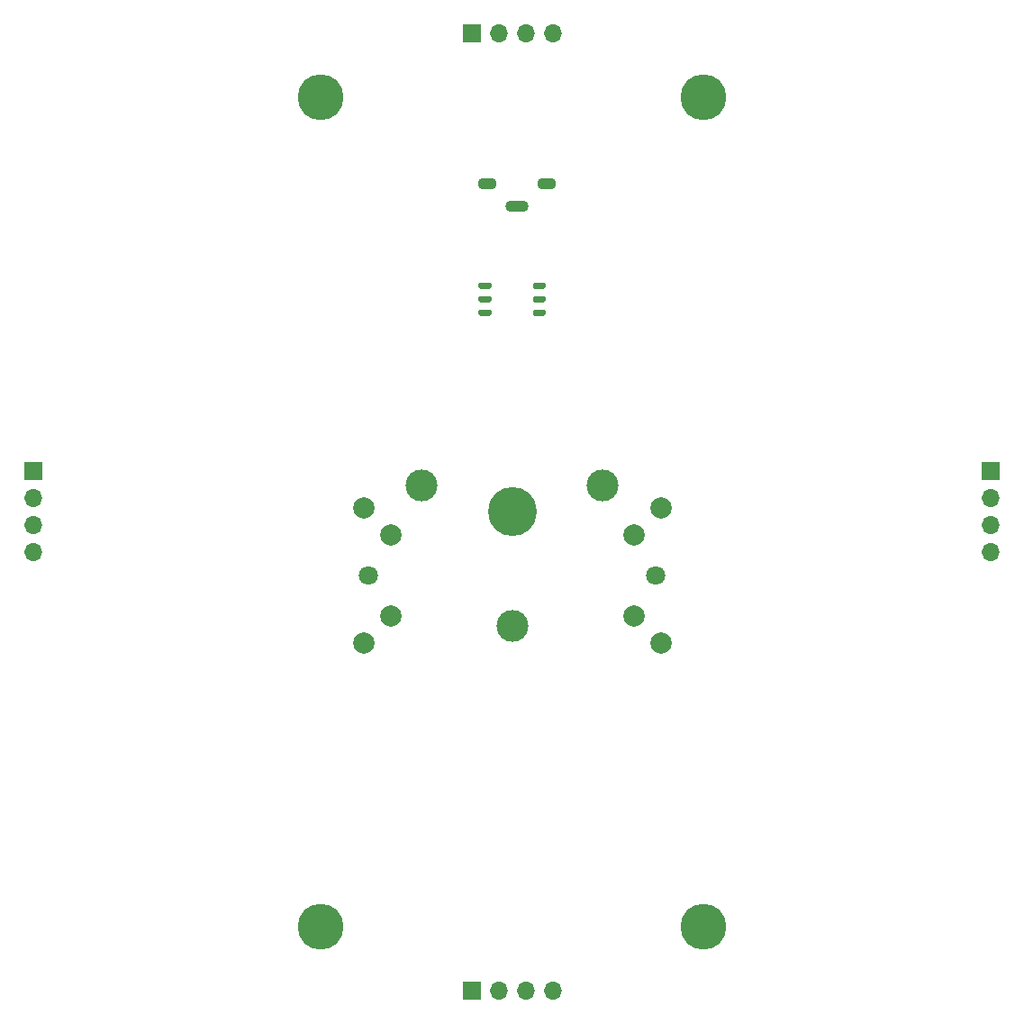
<source format=gbr>
%TF.GenerationSoftware,KiCad,Pcbnew,(5.1.9-0-10_14)*%
%TF.CreationDate,2021-05-05T23:39:55+02:00*%
%TF.ProjectId,clockclock,636c6f63-6b63-46c6-9f63-6b2e6b696361,rev?*%
%TF.SameCoordinates,Original*%
%TF.FileFunction,Soldermask,Bot*%
%TF.FilePolarity,Negative*%
%FSLAX46Y46*%
G04 Gerber Fmt 4.6, Leading zero omitted, Abs format (unit mm)*
G04 Created by KiCad (PCBNEW (5.1.9-0-10_14)) date 2021-05-05 23:39:55*
%MOMM*%
%LPD*%
G01*
G04 APERTURE LIST*
%ADD10C,2.000000*%
%ADD11C,1.800000*%
%ADD12C,3.000000*%
%ADD13C,4.600000*%
%ADD14O,2.200000X1.100000*%
%ADD15O,1.800000X1.100000*%
%ADD16O,1.700000X1.700000*%
%ADD17R,1.700000X1.700000*%
%ADD18C,4.300000*%
G04 APERTURE END LIST*
D10*
%TO.C,M1*%
X13970000Y-12360000D03*
X13970000Y360000D03*
X-13970000Y-12360000D03*
X-13970000Y360000D03*
X-11430000Y-9810000D03*
X-11430000Y-2190000D03*
X11430000Y-9810000D03*
X11430000Y-2190000D03*
D11*
X-13500000Y-6000000D03*
X13500000Y-6000000D03*
D12*
X8490000Y2490000D03*
X-8490000Y2490000D03*
X0Y-10750000D03*
D13*
X0Y0D03*
%TD*%
D14*
%TO.C,J2*%
X482600Y28693800D03*
D15*
X3282600Y30843800D03*
X-2317400Y30843800D03*
%TD*%
%TO.C,U1*%
G36*
G01*
X-3150000Y18580000D02*
X-3150000Y18880000D01*
G75*
G02*
X-3000000Y19030000I150000J0D01*
G01*
X-2100000Y19030000D01*
G75*
G02*
X-1950000Y18880000I0J-150000D01*
G01*
X-1950000Y18580000D01*
G75*
G02*
X-2100000Y18430000I-150000J0D01*
G01*
X-3000000Y18430000D01*
G75*
G02*
X-3150000Y18580000I0J150000D01*
G01*
G37*
G36*
G01*
X1950000Y18580000D02*
X1950000Y18880000D01*
G75*
G02*
X2100000Y19030000I150000J0D01*
G01*
X3000000Y19030000D01*
G75*
G02*
X3150000Y18880000I0J-150000D01*
G01*
X3150000Y18580000D01*
G75*
G02*
X3000000Y18430000I-150000J0D01*
G01*
X2100000Y18430000D01*
G75*
G02*
X1950000Y18580000I0J150000D01*
G01*
G37*
G36*
G01*
X-3150000Y19850000D02*
X-3150000Y20150000D01*
G75*
G02*
X-3000000Y20300000I150000J0D01*
G01*
X-2100000Y20300000D01*
G75*
G02*
X-1950000Y20150000I0J-150000D01*
G01*
X-1950000Y19850000D01*
G75*
G02*
X-2100000Y19700000I-150000J0D01*
G01*
X-3000000Y19700000D01*
G75*
G02*
X-3150000Y19850000I0J150000D01*
G01*
G37*
G36*
G01*
X1950000Y19850000D02*
X1950000Y20150000D01*
G75*
G02*
X2100000Y20300000I150000J0D01*
G01*
X3000000Y20300000D01*
G75*
G02*
X3150000Y20150000I0J-150000D01*
G01*
X3150000Y19850000D01*
G75*
G02*
X3000000Y19700000I-150000J0D01*
G01*
X2100000Y19700000D01*
G75*
G02*
X1950000Y19850000I0J150000D01*
G01*
G37*
G36*
G01*
X-3150000Y21120000D02*
X-3150000Y21420000D01*
G75*
G02*
X-3000000Y21570000I150000J0D01*
G01*
X-2100000Y21570000D01*
G75*
G02*
X-1950000Y21420000I0J-150000D01*
G01*
X-1950000Y21120000D01*
G75*
G02*
X-2100000Y20970000I-150000J0D01*
G01*
X-3000000Y20970000D01*
G75*
G02*
X-3150000Y21120000I0J150000D01*
G01*
G37*
G36*
G01*
X1950000Y21120000D02*
X1950000Y21420000D01*
G75*
G02*
X2100000Y21570000I150000J0D01*
G01*
X3000000Y21570000D01*
G75*
G02*
X3150000Y21420000I0J-150000D01*
G01*
X3150000Y21120000D01*
G75*
G02*
X3000000Y20970000I-150000J0D01*
G01*
X2100000Y20970000D01*
G75*
G02*
X1950000Y21120000I0J150000D01*
G01*
G37*
%TD*%
D16*
%TO.C,J1*%
X45000000Y-3810000D03*
X45000000Y-1270000D03*
X45000000Y1270000D03*
D17*
X45000000Y3810000D03*
%TD*%
D16*
%TO.C,J3*%
X3810000Y45000000D03*
X1270000Y45000000D03*
X-1270000Y45000000D03*
D17*
X-3810000Y45000000D03*
%TD*%
D16*
%TO.C,J4*%
X3810000Y-45000000D03*
X1270000Y-45000000D03*
X-1270000Y-45000000D03*
D17*
X-3810000Y-45000000D03*
%TD*%
D16*
%TO.C,J5*%
X-45000000Y-3810000D03*
X-45000000Y-1270000D03*
X-45000000Y1270000D03*
D17*
X-45000000Y3810000D03*
%TD*%
D18*
%TO.C,H1*%
X-18000000Y39000000D03*
%TD*%
%TO.C,H2*%
X18000000Y39000000D03*
%TD*%
%TO.C,H3*%
X-18000000Y-39000000D03*
%TD*%
%TO.C,H4*%
X18000000Y-39000000D03*
%TD*%
M02*

</source>
